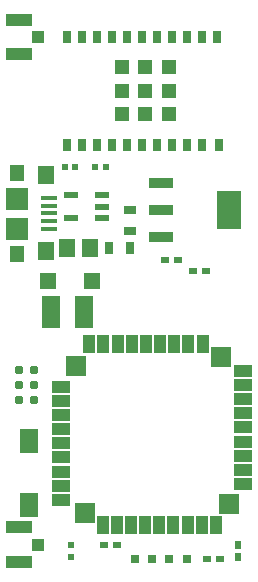
<source format=gtp>
G04 Layer_Color=8421504*
%FSLAX24Y24*%
%MOIN*%
G70*
G01*
G75*
%ADD10R,0.0866X0.0413*%
%ADD11R,0.0394X0.0413*%
%ADD12R,0.0472X0.0472*%
%ADD13R,0.0315X0.0394*%
%ADD14R,0.0394X0.0591*%
%ADD15R,0.0591X0.0394*%
%ADD16R,0.0670X0.0670*%
%ADD17R,0.0591X0.0394*%
%ADD18R,0.0846X0.1280*%
%ADD19R,0.0846X0.0374*%
%ADD20R,0.0480X0.0220*%
%ADD21R,0.0220X0.0228*%
%ADD22R,0.0200X0.0250*%
%ADD23R,0.0250X0.0200*%
%ADD24R,0.0520X0.0600*%
%ADD25C,0.0310*%
%ADD26R,0.0532X0.0157*%
%ADD27R,0.0512X0.0571*%
%ADD28R,0.0748X0.0748*%
%ADD29R,0.0551X0.0630*%
%ADD30R,0.0560X0.0560*%
%ADD31R,0.0300X0.0400*%
%ADD32R,0.0400X0.0300*%
%ADD33R,0.0630X0.1070*%
%ADD34R,0.0197X0.0236*%
%ADD35R,0.0315X0.0315*%
%ADD36R,0.0630X0.0787*%
D10*
X-4636Y10315D02*
D03*
Y11476D02*
D03*
Y-6604D02*
D03*
Y-5443D02*
D03*
D11*
X-4016Y10896D02*
D03*
Y-6024D02*
D03*
D12*
X-1214Y9098D02*
D03*
Y8311D02*
D03*
X-426D02*
D03*
Y9098D02*
D03*
X361Y8311D02*
D03*
Y9098D02*
D03*
X-1214Y9886D02*
D03*
X-426D02*
D03*
X361D02*
D03*
D13*
X-3025Y7287D02*
D03*
X-2525D02*
D03*
X-2025D02*
D03*
X-1525D02*
D03*
X-1025D02*
D03*
X-533D02*
D03*
X-25D02*
D03*
X475D02*
D03*
X975D02*
D03*
X1475D02*
D03*
X2025D02*
D03*
X1975Y10909D02*
D03*
X-3025D02*
D03*
X-2525D02*
D03*
X-2025D02*
D03*
X-1525D02*
D03*
X-1025D02*
D03*
X-525D02*
D03*
X-25D02*
D03*
X475D02*
D03*
X975D02*
D03*
X1475D02*
D03*
D14*
X-1854Y-5387D02*
D03*
X1453D02*
D03*
X35D02*
D03*
X1925D02*
D03*
X-2300Y676D02*
D03*
X-1356D02*
D03*
X-909Y-5387D02*
D03*
X-1382D02*
D03*
X-437D02*
D03*
X1479Y676D02*
D03*
X-411D02*
D03*
X1007D02*
D03*
X-1828D02*
D03*
X508Y-5387D02*
D03*
X-883Y676D02*
D03*
X62D02*
D03*
X980Y-5387D02*
D03*
X534Y676D02*
D03*
D15*
X2838Y-1647D02*
D03*
Y-2120D02*
D03*
X-3225Y-759D02*
D03*
X2838Y-230D02*
D03*
Y-702D02*
D03*
Y-4009D02*
D03*
X-3225Y-1232D02*
D03*
Y-3122D02*
D03*
Y-2177D02*
D03*
X2838Y-3065D02*
D03*
Y-3537D02*
D03*
X-3225Y-2649D02*
D03*
Y-1704D02*
D03*
X2838Y-1175D02*
D03*
Y-2592D02*
D03*
X-3225Y-3594D02*
D03*
D16*
X2359Y-4659D02*
D03*
X2109Y241D02*
D03*
X-2741Y-59D02*
D03*
X-2441Y-4959D02*
D03*
D17*
X-3225Y-4539D02*
D03*
Y-4067D02*
D03*
D18*
X2362Y5128D02*
D03*
D19*
X79Y4222D02*
D03*
Y6033D02*
D03*
Y5128D02*
D03*
D20*
X-1880Y4862D02*
D03*
Y5236D02*
D03*
Y5616D02*
D03*
X-2912D02*
D03*
Y4862D02*
D03*
D21*
X-2908Y-6431D02*
D03*
Y-6053D02*
D03*
D22*
X2667Y-6447D02*
D03*
Y-6033D02*
D03*
D23*
X2047Y-6496D02*
D03*
X1634D02*
D03*
X236Y3445D02*
D03*
X650D02*
D03*
X1576Y3100D02*
D03*
X1163D02*
D03*
X-1378Y-6053D02*
D03*
X-1791D02*
D03*
D24*
X-2277Y3858D02*
D03*
X-3031D02*
D03*
D25*
X-4650Y-693D02*
D03*
X-4150Y-193D02*
D03*
Y-693D02*
D03*
X-4650Y-1193D02*
D03*
X-4150D02*
D03*
X-4650Y-193D02*
D03*
D26*
X-3642Y4764D02*
D03*
Y4508D02*
D03*
Y5020D02*
D03*
Y5276D02*
D03*
Y5531D02*
D03*
D27*
X-4695Y6368D02*
D03*
X-4695Y3671D02*
D03*
D28*
X-4695Y5493D02*
D03*
X-4695Y4509D02*
D03*
D29*
X-3730Y3760D02*
D03*
Y6280D02*
D03*
D30*
X-3683Y2776D02*
D03*
X-2224D02*
D03*
D31*
X-933Y3861D02*
D03*
X-1633D02*
D03*
D32*
X-952Y4437D02*
D03*
Y5137D02*
D03*
D33*
X-2461Y1713D02*
D03*
X-3572D02*
D03*
D34*
X-2766Y6575D02*
D03*
X-3120D02*
D03*
X-1752D02*
D03*
X-2106D02*
D03*
D35*
X-197Y-6506D02*
D03*
X-787D02*
D03*
X354Y-6506D02*
D03*
X945D02*
D03*
D36*
X-4321Y-2589D02*
D03*
Y-4715D02*
D03*
M02*

</source>
